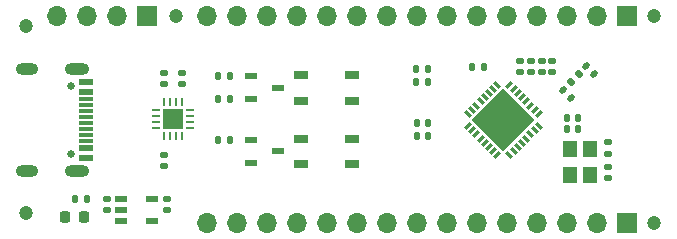
<source format=gts>
%TF.GenerationSoftware,KiCad,Pcbnew,(6.0.11)*%
%TF.CreationDate,2023-02-03T11:00:30+08:00*%
%TF.ProjectId,UINIO-MCU-ESP32C3,55494e49-4f2d-44d4-9355-2d4553503332,Version 3.0.0*%
%TF.SameCoordinates,PX735b400PY5c274f0*%
%TF.FileFunction,Soldermask,Top*%
%TF.FilePolarity,Negative*%
%FSLAX46Y46*%
G04 Gerber Fmt 4.6, Leading zero omitted, Abs format (unit mm)*
G04 Created by KiCad (PCBNEW (6.0.11)) date 2023-02-03 11:00:30*
%MOMM*%
%LPD*%
G01*
G04 APERTURE LIST*
G04 Aperture macros list*
%AMRoundRect*
0 Rectangle with rounded corners*
0 $1 Rounding radius*
0 $2 $3 $4 $5 $6 $7 $8 $9 X,Y pos of 4 corners*
0 Add a 4 corners polygon primitive as box body*
4,1,4,$2,$3,$4,$5,$6,$7,$8,$9,$2,$3,0*
0 Add four circle primitives for the rounded corners*
1,1,$1+$1,$2,$3*
1,1,$1+$1,$4,$5*
1,1,$1+$1,$6,$7*
1,1,$1+$1,$8,$9*
0 Add four rect primitives between the rounded corners*
20,1,$1+$1,$2,$3,$4,$5,0*
20,1,$1+$1,$4,$5,$6,$7,0*
20,1,$1+$1,$6,$7,$8,$9,0*
20,1,$1+$1,$8,$9,$2,$3,0*%
%AMRotRect*
0 Rectangle, with rotation*
0 The origin of the aperture is its center*
0 $1 length*
0 $2 width*
0 $3 Rotation angle, in degrees counterclockwise*
0 Add horizontal line*
21,1,$1,$2,0,0,$3*%
G04 Aperture macros list end*
%ADD10C,1.200000*%
%ADD11R,1.070000X0.532000*%
%ADD12RoundRect,0.135000X-0.135000X-0.185000X0.135000X-0.185000X0.135000X0.185000X-0.135000X0.185000X0*%
%ADD13C,0.610000*%
%ADD14RotRect,0.650000X0.280000X225.000000*%
%ADD15RotRect,0.280000X0.650000X225.000000*%
%ADD16RotRect,3.800000X3.800000X225.000000*%
%ADD17RoundRect,0.147500X-0.017678X0.226274X-0.226274X0.017678X0.017678X-0.226274X0.226274X-0.017678X0*%
%ADD18R,1.700000X1.700000*%
%ADD19O,1.700000X1.700000*%
%ADD20RoundRect,0.135000X0.135000X0.185000X-0.135000X0.185000X-0.135000X-0.185000X0.135000X-0.185000X0*%
%ADD21R,1.200000X0.650000*%
%ADD22RoundRect,0.140000X0.170000X-0.140000X0.170000X0.140000X-0.170000X0.140000X-0.170000X-0.140000X0*%
%ADD23R,1.200000X1.400000*%
%ADD24RoundRect,0.140000X-0.140000X-0.170000X0.140000X-0.170000X0.140000X0.170000X-0.140000X0.170000X0*%
%ADD25RoundRect,0.140000X0.140000X0.170000X-0.140000X0.170000X-0.140000X-0.170000X0.140000X-0.170000X0*%
%ADD26RoundRect,0.140000X-0.219203X-0.021213X-0.021213X-0.219203X0.219203X0.021213X0.021213X0.219203X0*%
%ADD27C,0.650000*%
%ADD28O,2.100000X1.000000*%
%ADD29O,1.900000X1.000000*%
%ADD30R,1.150000X0.600000*%
%ADD31R,1.150000X0.300000*%
%ADD32RoundRect,0.218750X-0.218750X-0.256250X0.218750X-0.256250X0.218750X0.256250X-0.218750X0.256250X0*%
%ADD33R,1.000000X0.600000*%
%ADD34R,0.250000X0.750000*%
%ADD35R,0.750000X0.250000*%
%ADD36RoundRect,0.140000X-0.170000X0.140000X-0.170000X-0.140000X0.170000X-0.140000X0.170000X0.140000X0*%
G04 APERTURE END LIST*
D10*
%TO.C,HOLE2*%
X14660000Y2470000D03*
%TD*%
D11*
%TO.C,VT2*%
X21025000Y-2660000D03*
X21025000Y-4560000D03*
X23295000Y-3610000D03*
%TD*%
D12*
%TO.C,R1*%
X6100000Y-13020000D03*
X7120000Y-13020000D03*
%TD*%
D13*
%TO.C,U3*%
X43199558Y-6350000D03*
X42351030Y-5501472D03*
X41502502Y-6350000D03*
X42351030Y-7198528D03*
D14*
X45340677Y-5835226D03*
X44987124Y-5481673D03*
X44633571Y-5128119D03*
X44280017Y-4774566D03*
X43926464Y-4421013D03*
X43572911Y-4067459D03*
X43219357Y-3713906D03*
X42865804Y-3360353D03*
D15*
X41836256Y-3360353D03*
X41482703Y-3713906D03*
X41129149Y-4067459D03*
X40775596Y-4421013D03*
X40422043Y-4774566D03*
X40068489Y-5128119D03*
X39714936Y-5481673D03*
X39361383Y-5835226D03*
D14*
X39361383Y-6864774D03*
X39714936Y-7218327D03*
X40068489Y-7571881D03*
X40422043Y-7925434D03*
X40775596Y-8278987D03*
X41129149Y-8632541D03*
X41482703Y-8986094D03*
X41836256Y-9339647D03*
D15*
X42865804Y-9339647D03*
X43219357Y-8986094D03*
X43572911Y-8632541D03*
X43926464Y-8278987D03*
X44280017Y-7925434D03*
X44633571Y-7571881D03*
X44987124Y-7218327D03*
X45340677Y-6864774D03*
D16*
X42351030Y-6350000D03*
%TD*%
D17*
%TO.C,L1*%
X48720658Y-2450520D03*
X48034764Y-3136414D03*
%TD*%
D12*
%TO.C,R6*%
X18200000Y-8070000D03*
X19220000Y-8070000D03*
%TD*%
D18*
%TO.C,J3*%
X52780000Y-15090000D03*
D19*
X50240000Y-15090000D03*
X47700000Y-15090000D03*
X45160000Y-15090000D03*
X42620000Y-15090000D03*
X40080000Y-15090000D03*
X37540000Y-15090000D03*
X35000000Y-15090000D03*
X32460000Y-15090000D03*
X29920000Y-15090000D03*
X27380000Y-15090000D03*
X24840000Y-15090000D03*
X22300000Y-15090000D03*
X19760000Y-15090000D03*
X17220000Y-15090000D03*
%TD*%
D20*
%TO.C,R7*%
X19220000Y-2660000D03*
X18200000Y-2660000D03*
%TD*%
D10*
%TO.C,HOLE1*%
X1910000Y1590000D03*
%TD*%
D21*
%TO.C,SW2*%
X29550000Y-4715000D03*
X25250000Y-4715000D03*
X29550000Y-2565000D03*
X25250000Y-2565000D03*
%TD*%
D22*
%TO.C,C11*%
X13630000Y-10280000D03*
X13630000Y-9320000D03*
%TD*%
%TO.C,C16*%
X15120000Y-3300000D03*
X15120000Y-2340000D03*
%TD*%
D12*
%TO.C,R2*%
X39690000Y-1840000D03*
X40710000Y-1840000D03*
%TD*%
D23*
%TO.C,Y1*%
X48020000Y-8820000D03*
X48020000Y-11020000D03*
X49720000Y-11020000D03*
X49720000Y-8820000D03*
%TD*%
D22*
%TO.C,C4*%
X44660000Y-2310000D03*
X44660000Y-1350000D03*
%TD*%
D24*
%TO.C,C14*%
X34990000Y-2010000D03*
X35950000Y-2010000D03*
%TD*%
D22*
%TO.C,C5*%
X45580000Y-2310000D03*
X45580000Y-1350000D03*
%TD*%
D25*
%TO.C,C18*%
X35970000Y-6610000D03*
X35010000Y-6610000D03*
%TD*%
D18*
%TO.C,J2*%
X12150000Y2480000D03*
D19*
X9610000Y2480000D03*
X7070000Y2480000D03*
X4530000Y2480000D03*
%TD*%
D11*
%TO.C,VT1*%
X21025000Y-8050000D03*
X21025000Y-9950000D03*
X23295000Y-9000000D03*
%TD*%
D26*
%TO.C,C8*%
X47394832Y-3776346D03*
X48073654Y-4455168D03*
%TD*%
D24*
%TO.C,C12*%
X47720000Y-7100000D03*
X48680000Y-7100000D03*
%TD*%
D22*
%TO.C,C15*%
X51240000Y-9210000D03*
X51240000Y-8250000D03*
%TD*%
D12*
%TO.C,R5*%
X18200000Y-4560000D03*
X19220000Y-4560000D03*
%TD*%
D24*
%TO.C,C10*%
X47720000Y-6180000D03*
X48680000Y-6180000D03*
%TD*%
D22*
%TO.C,C3*%
X13850000Y-13960000D03*
X13850000Y-13000000D03*
%TD*%
D10*
%TO.C,HOLE3*%
X55140000Y2420000D03*
%TD*%
D27*
%TO.C,USB1*%
X5749000Y-3460000D03*
X5749000Y-9240000D03*
D28*
X6249000Y-2025000D03*
X6249000Y-10675000D03*
D29*
X2049000Y-2025000D03*
X2049000Y-10675000D03*
D30*
X7011000Y-3150000D03*
X7011000Y-3950000D03*
D31*
X7011000Y-5100000D03*
X7011000Y-6100000D03*
X7011000Y-6600000D03*
X7011000Y-7600000D03*
D30*
X7011000Y-9550000D03*
X7011000Y-8750000D03*
D31*
X7011000Y-8100000D03*
X7011000Y-7100000D03*
X7011000Y-5600000D03*
X7011000Y-4600000D03*
%TD*%
D32*
%TO.C,D1*%
X5272500Y-14580000D03*
X6847500Y-14580000D03*
%TD*%
D33*
%TO.C,U1*%
X10016000Y-13000000D03*
X10016000Y-13950000D03*
X10016000Y-14900000D03*
X12616000Y-14900000D03*
X12616000Y-13000000D03*
%TD*%
D22*
%TO.C,C9*%
X43740000Y-2310000D03*
X43740000Y-1350000D03*
%TD*%
D34*
%TO.C,U4*%
X15128000Y-4830000D03*
X14629000Y-4830000D03*
X14128000Y-4830000D03*
X13629000Y-4830000D03*
D35*
X12930000Y-5530000D03*
X12930000Y-6030000D03*
X12930000Y-6530000D03*
X12930000Y-7030000D03*
D34*
X13630000Y-7730000D03*
X14130000Y-7730000D03*
X14630000Y-7730000D03*
X15129000Y-7730000D03*
D35*
X15830000Y-7030000D03*
X15830000Y-6530000D03*
X15830000Y-6030000D03*
X15830000Y-5530000D03*
D18*
X14380000Y-6280000D03*
%TD*%
D22*
%TO.C,C2*%
X8780000Y-13960000D03*
X8780000Y-13000000D03*
%TD*%
D20*
%TO.C,R4*%
X36000000Y-3100000D03*
X34980000Y-3100000D03*
%TD*%
D36*
%TO.C,C17*%
X51240000Y-10340000D03*
X51240000Y-11300000D03*
%TD*%
D25*
%TO.C,C19*%
X35970000Y-7690000D03*
X35010000Y-7690000D03*
%TD*%
D22*
%TO.C,C7*%
X46500000Y-2310000D03*
X46500000Y-1350000D03*
%TD*%
D26*
%TO.C,C6*%
X49360589Y-1810589D03*
X50039411Y-2489411D03*
%TD*%
D36*
%TO.C,C13*%
X13620000Y-2330000D03*
X13620000Y-3290000D03*
%TD*%
D10*
%TO.C,HOLE4*%
X55140000Y-15070000D03*
%TD*%
%TO.C,HOLE5*%
X1910000Y-14210000D03*
%TD*%
D21*
%TO.C,SW1*%
X29550000Y-10095000D03*
X25250000Y-10095000D03*
X29550000Y-7945000D03*
X25250000Y-7945000D03*
%TD*%
D18*
%TO.C,J1*%
X52780000Y2470000D03*
D19*
X50240000Y2470000D03*
X47700000Y2470000D03*
X45160000Y2470000D03*
X42620000Y2470000D03*
X40080000Y2470000D03*
X37540000Y2470000D03*
X35000000Y2470000D03*
X32460000Y2470000D03*
X29920000Y2470000D03*
X27380000Y2470000D03*
X24840000Y2470000D03*
X22300000Y2470000D03*
X19760000Y2470000D03*
X17220000Y2470000D03*
%TD*%
M02*

</source>
